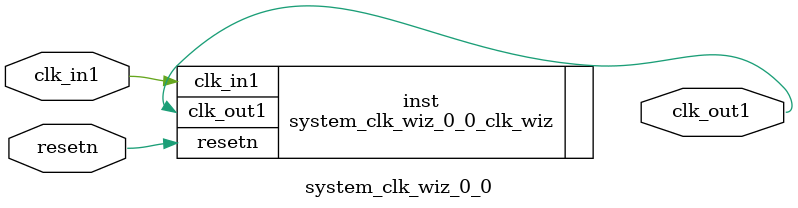
<source format=v>


`timescale 1ps/1ps

(* CORE_GENERATION_INFO = "system_clk_wiz_0_0,clk_wiz_v6_0_6_0_0,{component_name=system_clk_wiz_0_0,use_phase_alignment=true,use_min_o_jitter=false,use_max_i_jitter=false,use_dyn_phase_shift=false,use_inclk_switchover=false,use_dyn_reconfig=false,enable_axi=0,feedback_source=FDBK_AUTO,PRIMITIVE=MMCM,num_out_clk=1,clkin1_period=8.000,clkin2_period=10.0,use_power_down=false,use_reset=true,use_locked=false,use_inclk_stopped=false,feedback_type=SINGLE,CLOCK_MGR_TYPE=NA,manual_override=false}" *)

module system_clk_wiz_0_0 
 (
  // Clock out ports
  output        clk_out1,
  // Status and control signals
  input         resetn,
 // Clock in ports
  input         clk_in1
 );

  system_clk_wiz_0_0_clk_wiz inst
  (
  // Clock out ports  
  .clk_out1(clk_out1),
  // Status and control signals               
  .resetn(resetn), 
 // Clock in ports
  .clk_in1(clk_in1)
  );

endmodule

</source>
